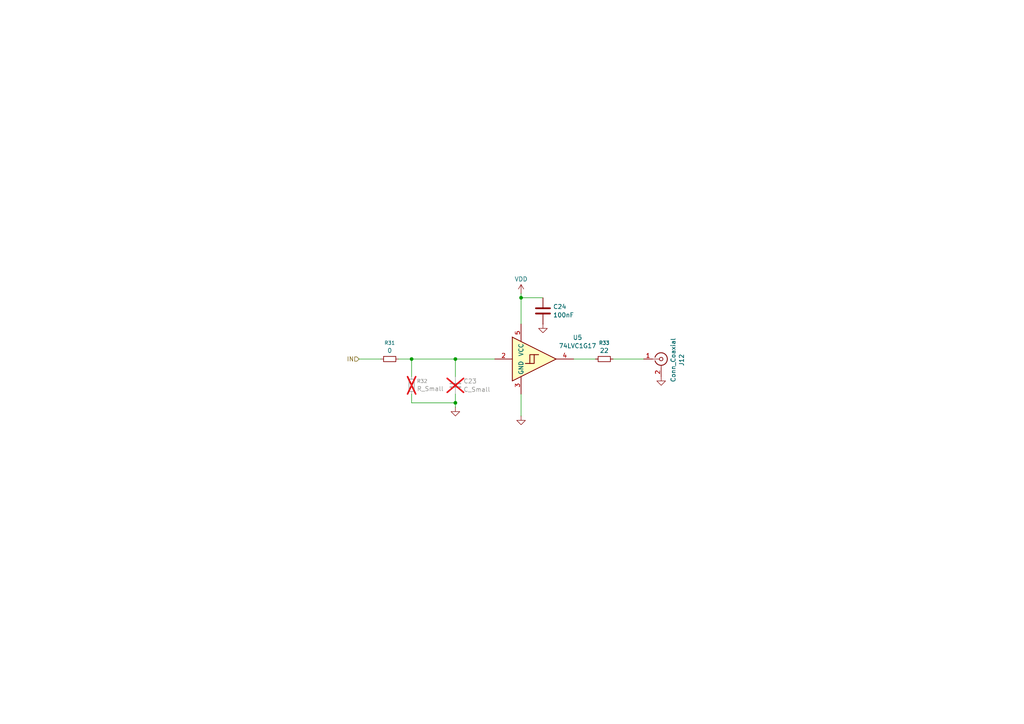
<source format=kicad_sch>
(kicad_sch (version 20250114) (generator "eeschema") (generator_version "9.0")
  (paper "A4")
  (lib_symbols
    (symbol "74xGxx:74LVC1G17"
      (property "Reference" "U" (at 0 3.81 0))
      (property "Value" "74LVC1G17" (at 0 -3.81 0))
      (symbol "74LVC1G17_0_1"
        (polyline (pts (xy -7.62 6.35) (xy -7.62 -6.35) (xy 5.08 0) (xy -7.62 6.35)) (stroke (width 0.254)) (fill (type background)))
        (polyline (pts (xy -3.81 -1.27) (xy -2.54 -1.27) (xy -2.54 1.27) (xy -1.27 1.27)) (stroke (width 0.254)) (fill (type background)))
        (polyline (pts (xy -2.54 -1.27) (xy -1.27 -1.27) (xy -1.27 1.27) (xy 0 1.27)) (stroke (width 0.254)) (fill (type background)))
      )
      (symbol "74LVC1G17_1_1"
        (pin input line (at -12.7 0 0) (length 5.08) (name "~") (number "2"))
        (pin no_connect line (at -7.62 5.08 180) (length 5.08) (hide yes) (name "NC") (number "1"))
        (pin power_in line (at -5.08 10.16 270) (length 5.08) (name "VCC") (number "5"))
        (pin power_in line (at -5.08 -10.16 90) (length 5.08) (name "GND") (number "3"))
        (pin output line (at 10.16 0 180) (length 5.08) (name "~") (number "4"))
      )
    )
    (symbol "Connector:Conn_Coaxial" (pin_names (offset 1.016) (hide yes))
      (property "Reference" "J" (at 0.254 3.048 0))
      (property "Value" "Conn_Coaxial" (at 2.921 0 90))
      (symbol "Conn_Coaxial_0_1"
        (polyline (pts (xy -2.54 0) (xy -0.508 0)))
        (arc (start 1.778 0) (mid 0.222 -1.8079) (end -1.778 -0.508) (stroke (width 0.254)))
        (arc (start -1.778 0.508) (mid 0.2221 1.8084) (end 1.778 0) (stroke (width 0.254)))
        (circle (center 0 0) (radius 0.508) (stroke (width 0.2032)))
        (polyline (pts (xy 0 -2.54) (xy 0 -1.778)))
      )
      (symbol "Conn_Coaxial_1_1"
        (pin passive line (at -5.08 0 0) (length 2.54) (name "In") (number "1"))
        (pin passive line (at 0 -5.08 90) (length 2.54) (name "Ext") (number "2"))
      )
    )
    (symbol "Device:C" (pin_numbers (hide yes)) (pin_names (offset 0.254))
      (property "Reference" "C" (at 0.635 2.54 0))
      (property "Value" "C" (at 0.635 -2.54 0))
      (symbol "C_0_1"
        (polyline (pts (xy -2.032 0.762) (xy 2.032 0.762)) (stroke (width 0.508)))
        (polyline (pts (xy -2.032 -0.762) (xy 2.032 -0.762)) (stroke (width 0.508)))
      )
      (symbol "C_1_1"
        (pin passive line (at 0 3.81 270) (length 2.794) (name "~") (number "1"))
        (pin passive line (at 0 -3.81 90) (length 2.794) (name "~") (number "2"))
      )
    )
    (symbol "Device:C_Small" (pin_numbers (hide yes)) (pin_names (offset 0.254) (hide yes))
      (property "Reference" "C" (at 0.254 1.778 0))
      (property "Value" "C_Small" (at 0.254 -2.032 0))
      (symbol "C_Small_0_1"
        (polyline (pts (xy -1.524 0.508) (xy 1.524 0.508)) (stroke (width 0.3048)))
        (polyline (pts (xy -1.524 -0.508) (xy 1.524 -0.508)) (stroke (width 0.3302)))
      )
      (symbol "C_Small_1_1"
        (pin passive line (at 0 2.54 270) (length 2.032) (name "~") (number "1"))
        (pin passive line (at 0 -2.54 90) (length 2.032) (name "~") (number "2"))
      )
    )
    (symbol "Device:R_Small" (pin_numbers (hide yes)) (pin_names (offset 0.254) (hide yes))
      (property "Reference" "R" (at 0 0 90))
      (property "Value" "R_Small" (at 1.778 0 90))
      (symbol "R_Small_0_1"
        (rectangle (start -0.762 1.778) (end 0.762 -1.778) (stroke (width 0.2032)))
      )
      (symbol "R_Small_1_1"
        (pin passive line (at 0 2.54 270) (length 0.762) (name "~") (number "1"))
        (pin passive line (at 0 -2.54 90) (length 0.762) (name "~") (number "2"))
      )
    )
    (symbol "power:GND" (power) (pin_numbers (hide yes)) (pin_names (offset 0) (hide yes))
      (property "Value" "GND" (at 0 -3.81 0))
      (symbol "GND_0_1"
        (polyline (pts (xy 0 0) (xy 0 -1.27) (xy 1.27 -1.27) (xy 0 -2.54) (xy -1.27 -1.27) (xy 0 -1.27)))
      )
      (symbol "GND_1_1"
        (pin power_in line (at 0 0 270) (length 0) (name "~") (number "1"))
      )
    )
    (symbol "power:VDD" (power) (pin_numbers (hide yes)) (pin_names (offset 0) (hide yes))
      (property "Value" "VDD" (at 0 3.556 0))
      (symbol "VDD_0_1"
        (polyline (pts (xy -0.762 1.27) (xy 0 2.54)))
        (polyline (pts (xy 0 2.54) (xy 0.762 1.27)))
        (polyline (pts (xy 0 0) (xy 0 2.54)))
      )
      (symbol "VDD_1_1"
        (pin power_in line (at 0 0 90) (length 0) (name "~") (number "1"))
      )
    )
  )
  (junction (at 132.08 116.84))
  (junction (at 151.13 86.36))
  (junction (at 119.38 104.14))
  (junction (at 132.08 104.14))
  (wire (pts (xy 151.13 86.36) (xy 151.13 93.98)))
  (wire (pts (xy 119.38 114.3) (xy 119.38 116.84)))
  (wire (pts (xy 132.08 116.84) (xy 119.38 116.84)))
  (wire (pts (xy 119.38 104.14) (xy 119.38 109.22)))
  (wire (pts (xy 115.57 104.14) (xy 119.38 104.14)))
  (wire (pts (xy 151.13 85.09) (xy 151.13 86.36)))
  (wire (pts (xy 166.37 104.14) (xy 172.72 104.14)))
  (wire (pts (xy 132.08 114.3) (xy 132.08 116.84)))
  (wire (pts (xy 119.38 104.14) (xy 132.08 104.14)))
  (wire (pts (xy 104.14 104.14) (xy 110.49 104.14)))
  (wire (pts (xy 132.08 104.14) (xy 143.51 104.14)))
  (wire (pts (xy 132.08 104.14) (xy 132.08 109.22)))
  (wire (pts (xy 132.08 118.11) (xy 132.08 116.84)))
  (wire (pts (xy 151.13 114.3) (xy 151.13 120.65)))
  (wire (pts (xy 177.8 104.14) (xy 186.69 104.14)))
  (wire (pts (xy 151.13 86.36) (xy 157.48 86.36)))
  (hierarchical_label "IN" (shape input) (at 104.14 104.14 180))
  (symbol (lib_id "power:GND") (at 191.77 109.22 0) (unit 1)
    (property "Reference" "#PWR051" (effects (hide yes)))
    (property "Value" "GND" (effects (hide yes)))
    (property "Description" "Power symbol creates a global label with name \"GND\" , ground" (effects (hide yes)))
  )
  (symbol (lib_id "Device:C_Small") (at 132.08 111.76 0) (unit 1) (dnp yes)
    (property "Reference" "C23" (at 134.4041 110.5541 0) (effects (justify left)))
    (property "Value" "C_Small" (at 134.4041 112.9784 0) (effects (justify left)))
    (property "Footprint" "Capacitor_SMD:C_0603_1608Metric" (effects (hide yes)))
    (property "Description" "Unpolarized capacitor, small symbol" (effects (hide yes)))
  )
  (symbol (lib_id "Device:R_Small") (at 119.38 111.76 180) (unit 1) (dnp yes)
    (property "Reference" "R32" (at 120.8786 110.5478 0) (effects (font (size 1.016 1.016)) (justify right)))
    (property "Value" "R_Small" (at 120.8786 112.7677 0) (effects (justify right)))
    (property "Footprint" "Resistor_SMD:R_0603_1608Metric" (effects (hide yes)))
    (property "Description" "Resistor, small symbol" (effects (hide yes)))
  )
  (symbol (lib_id "power:GND") (at 151.13 120.65 0) (unit 1)
    (property "Reference" "#PWR049" (effects (hide yes)))
    (property "Value" "GND" (effects (hide yes)))
    (property "Description" "Power symbol creates a global label with name \"GND\" , ground" (effects (hide yes)))
  )
  (symbol (lib_id "74xGxx:74LVC1G17") (at 156.21 104.14 0) (unit 1)
    (property "Reference" "U5" (at 167.5153 97.8934 0))
    (property "Value" "74LVC1G17" (at 167.5153 100.3177 0))
    (property "Footprint" "Package_TO_SOT_SMD:SOT-23-5" (effects (hide yes)))
    (property "Datasheet" "https://www.ti.com/lit/ds/symlink/sn74lvc1g17.pdf" (effects (hide yes)))
    (property "Description" "Single Schmitt Buffer Gate, Low-Voltage CMOS" (effects (hide yes)))
  )
  (symbol (lib_id "power:VDD") (at 151.13 85.09 0) (unit 1)
    (property "Reference" "#PWR048" (effects (hide yes)))
    (property "Value" "VDD" (at 151.13 80.9569 0))
    (property "Description" "Power symbol creates a global label with name \"VDD\"" (effects (hide yes)))
  )
  (symbol (lib_id "Device:R_Small") (at 113.03 104.14 90) (unit 1)
    (property "Reference" "R31" (at 113.03 99.4633 90) (effects (font (size 1.016 1.016))))
    (property "Value" "0" (at 113.03 101.6832 90))
    (property "Footprint" "Resistor_SMD:R_0603_1608Metric" (effects (hide yes)))
    (property "Description" "Resistor, small symbol" (effects (hide yes)))
  )
  (symbol (lib_id "power:GND") (at 132.08 118.11 0) (unit 1)
    (property "Reference" "#PWR047" (effects (hide yes)))
    (property "Value" "GND" (effects (hide yes)))
    (property "Description" "Power symbol creates a global label with name \"GND\" , ground" (effects (hide yes)))
  )
  (symbol (lib_id "power:GND") (at 157.48 93.98 0) (unit 1)
    (property "Reference" "#PWR050" (effects (hide yes)))
    (property "Value" "GND" (effects (hide yes)))
    (property "Description" "Power symbol creates a global label with name \"GND\" , ground" (effects (hide yes)))
  )
  (symbol (lib_id "Device:C") (at 157.48 90.17 0) (unit 1)
    (property "Reference" "C24" (at 160.401 88.9578 0) (effects (justify left)))
    (property "Value" "100nF" (at 160.401 91.3821 0) (effects (justify left)))
    (property "Footprint" "Capacitor_SMD:C_0603_1608Metric" (effects (hide yes)))
    (property "Description" "Unpolarized capacitor" (effects (hide yes)))
  )
  (symbol (lib_id "Connector:Conn_Coaxial") (at 191.77 104.14 0) (unit 1)
    (property "Reference" "J12" (at 197.6926 104.4332 90))
    (property "Value" "Conn_Coaxial" (at 195.2683 104.4332 90))
    (property "Footprint" "Connector_Coaxial:SMA_Amphenol_901-144_Vertical" (effects (hide yes)))
    (property "Description" "coaxial connector (BNC, SMA, SMB, SMC, Cinch/RCA, LEMO, ...)" (effects (hide yes)))
  )
  (symbol (lib_id "Device:R_Small") (at 175.26 104.14 90) (unit 1)
    (property "Reference" "R33" (at 175.26 99.4633 90) (effects (font (size 1.016 1.016))))
    (property "Value" "22" (at 175.26 101.6832 90))
    (property "Footprint" "Resistor_SMD:R_0603_1608Metric" (effects (hide yes)))
    (property "Description" "Resistor, small symbol" (effects (hide yes)))
  )
)
</source>
